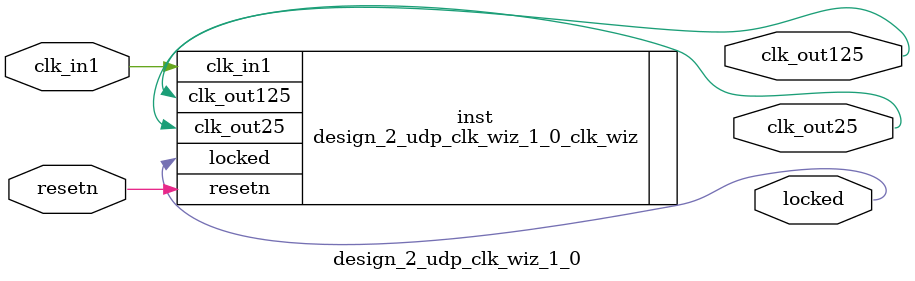
<source format=v>


`timescale 1ps/1ps

(* CORE_GENERATION_INFO = "design_2_udp_clk_wiz_1_0,clk_wiz_v6_0_11_0_0,{component_name=design_2_udp_clk_wiz_1_0,use_phase_alignment=true,use_min_o_jitter=false,use_max_i_jitter=false,use_dyn_phase_shift=false,use_inclk_switchover=false,use_dyn_reconfig=false,enable_axi=0,feedback_source=FDBK_AUTO,PRIMITIVE=MMCM,num_out_clk=2,clkin1_period=10.000,clkin2_period=10.000,use_power_down=false,use_reset=true,use_locked=true,use_inclk_stopped=false,feedback_type=SINGLE,CLOCK_MGR_TYPE=NA,manual_override=false}" *)

module design_2_udp_clk_wiz_1_0 
 (
  // Clock out ports
  output        clk_out125,
  output        clk_out25,
  // Status and control signals
  input         resetn,
  output        locked,
 // Clock in ports
  input         clk_in1
 );

  design_2_udp_clk_wiz_1_0_clk_wiz inst
  (
  // Clock out ports  
  .clk_out125(clk_out125),
  .clk_out25(clk_out25),
  // Status and control signals               
  .resetn(resetn), 
  .locked(locked),
 // Clock in ports
  .clk_in1(clk_in1)
  );

endmodule

</source>
